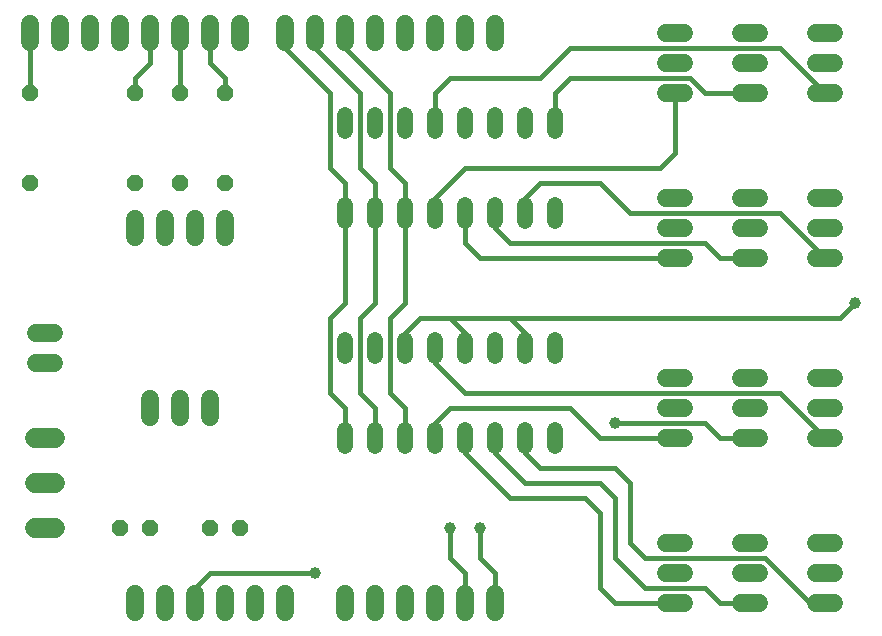
<source format=gtl>
G75*
G70*
%OFA0B0*%
%FSLAX24Y24*%
%IPPOS*%
%LPD*%
%AMOC8*
5,1,8,0,0,1.08239X$1,22.5*
%
%ADD10C,0.0600*%
%ADD11C,0.0520*%
%ADD12OC8,0.0520*%
%ADD13C,0.0660*%
%ADD14C,0.0160*%
%ADD15C,0.0396*%
D10*
X006601Y001194D02*
X006601Y001794D01*
X007601Y001794D02*
X007601Y001194D01*
X008601Y001194D02*
X008601Y001794D01*
X009601Y001794D02*
X009601Y001194D01*
X010601Y001194D02*
X010601Y001794D01*
X011601Y001794D02*
X011601Y001194D01*
X013601Y001194D02*
X013601Y001794D01*
X014601Y001794D02*
X014601Y001194D01*
X015601Y001194D02*
X015601Y001794D01*
X016601Y001794D02*
X016601Y001194D01*
X017601Y001194D02*
X017601Y001794D01*
X018601Y001794D02*
X018601Y001194D01*
X024301Y001494D02*
X024901Y001494D01*
X024901Y002494D02*
X024301Y002494D01*
X024301Y003494D02*
X024901Y003494D01*
X026801Y003494D02*
X027401Y003494D01*
X027401Y002494D02*
X026801Y002494D01*
X026801Y001494D02*
X027401Y001494D01*
X029301Y001494D02*
X029901Y001494D01*
X029901Y002494D02*
X029301Y002494D01*
X029301Y003494D02*
X029901Y003494D01*
X029901Y006994D02*
X029301Y006994D01*
X029301Y007994D02*
X029901Y007994D01*
X029901Y008994D02*
X029301Y008994D01*
X027401Y008994D02*
X026801Y008994D01*
X026801Y007994D02*
X027401Y007994D01*
X027401Y006994D02*
X026801Y006994D01*
X024901Y006994D02*
X024301Y006994D01*
X024301Y007994D02*
X024901Y007994D01*
X024901Y008994D02*
X024301Y008994D01*
X024301Y012994D02*
X024901Y012994D01*
X024901Y013994D02*
X024301Y013994D01*
X024301Y014994D02*
X024901Y014994D01*
X026801Y014994D02*
X027401Y014994D01*
X027401Y013994D02*
X026801Y013994D01*
X026801Y012994D02*
X027401Y012994D01*
X029301Y012994D02*
X029901Y012994D01*
X029901Y013994D02*
X029301Y013994D01*
X029301Y014994D02*
X029901Y014994D01*
X029901Y018494D02*
X029301Y018494D01*
X029301Y019494D02*
X029901Y019494D01*
X029901Y020494D02*
X029301Y020494D01*
X027401Y020494D02*
X026801Y020494D01*
X026801Y019494D02*
X027401Y019494D01*
X027401Y018494D02*
X026801Y018494D01*
X024901Y018494D02*
X024301Y018494D01*
X024301Y019494D02*
X024901Y019494D01*
X024901Y020494D02*
X024301Y020494D01*
X018601Y020794D02*
X018601Y020194D01*
X017601Y020194D02*
X017601Y020794D01*
X016601Y020794D02*
X016601Y020194D01*
X015601Y020194D02*
X015601Y020794D01*
X014601Y020794D02*
X014601Y020194D01*
X013601Y020194D02*
X013601Y020794D01*
X012601Y020794D02*
X012601Y020194D01*
X011601Y020194D02*
X011601Y020794D01*
X010101Y020794D02*
X010101Y020194D01*
X009101Y020194D02*
X009101Y020794D01*
X008101Y020794D02*
X008101Y020194D01*
X007101Y020194D02*
X007101Y020794D01*
X006101Y020794D02*
X006101Y020194D01*
X005101Y020194D02*
X005101Y020794D01*
X004101Y020794D02*
X004101Y020194D01*
X003101Y020194D02*
X003101Y020794D01*
X006601Y014294D02*
X006601Y013694D01*
X007601Y013694D02*
X007601Y014294D01*
X008601Y014294D02*
X008601Y013694D01*
X009601Y013694D02*
X009601Y014294D01*
X003901Y010494D02*
X003301Y010494D01*
X003301Y009494D02*
X003901Y009494D01*
X007101Y008294D02*
X007101Y007694D01*
X008101Y007694D02*
X008101Y008294D01*
X009101Y008294D02*
X009101Y007694D01*
D11*
X013601Y007254D02*
X013601Y006734D01*
X014601Y006734D02*
X014601Y007254D01*
X015601Y007254D02*
X015601Y006734D01*
X016601Y006734D02*
X016601Y007254D01*
X017601Y007254D02*
X017601Y006734D01*
X018601Y006734D02*
X018601Y007254D01*
X019601Y007254D02*
X019601Y006734D01*
X020601Y006734D02*
X020601Y007254D01*
X020601Y009734D02*
X020601Y010254D01*
X019601Y010254D02*
X019601Y009734D01*
X018601Y009734D02*
X018601Y010254D01*
X017601Y010254D02*
X017601Y009734D01*
X016601Y009734D02*
X016601Y010254D01*
X015601Y010254D02*
X015601Y009734D01*
X014601Y009734D02*
X014601Y010254D01*
X013601Y010254D02*
X013601Y009734D01*
X013601Y014234D02*
X013601Y014754D01*
X014601Y014754D02*
X014601Y014234D01*
X015601Y014234D02*
X015601Y014754D01*
X016601Y014754D02*
X016601Y014234D01*
X017601Y014234D02*
X017601Y014754D01*
X018601Y014754D02*
X018601Y014234D01*
X019601Y014234D02*
X019601Y014754D01*
X020601Y014754D02*
X020601Y014234D01*
X020601Y017234D02*
X020601Y017754D01*
X019601Y017754D02*
X019601Y017234D01*
X018601Y017234D02*
X018601Y017754D01*
X017601Y017754D02*
X017601Y017234D01*
X016601Y017234D02*
X016601Y017754D01*
X015601Y017754D02*
X015601Y017234D01*
X014601Y017234D02*
X014601Y017754D01*
X013601Y017754D02*
X013601Y017234D01*
D12*
X009601Y018494D03*
X008101Y018494D03*
X006601Y018494D03*
X003101Y018494D03*
X003101Y015494D03*
X006601Y015494D03*
X008101Y015494D03*
X009601Y015494D03*
X010101Y003994D03*
X009101Y003994D03*
X007101Y003994D03*
X006101Y003994D03*
D13*
X003931Y003994D02*
X003271Y003994D01*
X003271Y005494D02*
X003931Y005494D01*
X003931Y006994D02*
X003271Y006994D01*
D14*
X008601Y001994D02*
X009101Y002494D01*
X012601Y002494D01*
X008601Y001994D02*
X008601Y001494D01*
X013601Y006994D02*
X013601Y007994D01*
X013101Y008494D01*
X013101Y010994D01*
X013601Y011494D01*
X013601Y014494D01*
X013601Y015494D01*
X013101Y015994D01*
X013101Y018494D01*
X011601Y019994D01*
X011601Y020494D01*
X012601Y020494D02*
X012601Y019994D01*
X014101Y018494D01*
X014101Y015994D01*
X014601Y015494D01*
X014601Y014494D01*
X014601Y011494D01*
X014101Y010994D01*
X014101Y008494D01*
X014601Y007994D01*
X014601Y006994D01*
X015601Y006994D02*
X015601Y007994D01*
X015101Y008494D01*
X015101Y010994D01*
X015601Y011494D01*
X015601Y014494D01*
X015601Y015494D01*
X015101Y015994D01*
X015101Y018494D01*
X013601Y019994D01*
X013601Y020494D01*
X016601Y018494D02*
X016601Y017494D01*
X016601Y018494D02*
X017101Y018994D01*
X020101Y018994D01*
X021101Y019994D01*
X028101Y019994D01*
X029601Y018494D01*
X027101Y018494D02*
X025601Y018494D01*
X025101Y018994D01*
X021101Y018994D01*
X020601Y018494D01*
X020601Y017494D01*
X020101Y015494D02*
X019601Y014994D01*
X019601Y014494D01*
X018601Y014494D02*
X018601Y013994D01*
X019101Y013494D01*
X025601Y013494D01*
X026101Y012994D01*
X027101Y012994D01*
X028101Y014494D02*
X023101Y014494D01*
X022101Y015494D01*
X020101Y015494D01*
X017601Y015994D02*
X024101Y015994D01*
X024601Y016494D01*
X024601Y018494D01*
X028101Y014494D02*
X029601Y012994D01*
X030601Y011494D02*
X030101Y010994D01*
X019101Y010994D01*
X019601Y010494D01*
X019601Y009994D01*
X019101Y010994D02*
X017101Y010994D01*
X017601Y010494D01*
X017601Y009994D01*
X016601Y009994D02*
X016601Y009494D01*
X017601Y008494D01*
X028101Y008494D01*
X029601Y006994D01*
X027101Y006994D02*
X026101Y006994D01*
X025601Y007494D01*
X022601Y007494D01*
X022101Y006994D02*
X021101Y007994D01*
X017101Y007994D01*
X016601Y007494D01*
X016601Y006994D01*
X017601Y006994D02*
X017601Y006494D01*
X019101Y004994D01*
X021601Y004994D01*
X022101Y004494D01*
X022101Y001994D01*
X022601Y001494D01*
X024601Y001494D01*
X023601Y001994D02*
X025601Y001994D01*
X026101Y001494D01*
X027101Y001494D01*
X027601Y002994D02*
X023601Y002994D01*
X023101Y003494D01*
X023101Y005494D01*
X022601Y005994D01*
X020101Y005994D01*
X019601Y006494D01*
X019601Y006994D01*
X018601Y006994D02*
X018601Y006494D01*
X019601Y005494D01*
X022101Y005494D01*
X022601Y004994D01*
X022601Y002994D01*
X023601Y001994D01*
X027601Y002994D02*
X029101Y001494D01*
X029601Y001494D01*
X024601Y006994D02*
X022101Y006994D01*
X018101Y003994D02*
X018101Y002994D01*
X018601Y002494D01*
X018601Y001494D01*
X017601Y001494D02*
X017601Y002494D01*
X017101Y002994D01*
X017101Y003994D01*
X015601Y009994D02*
X015601Y010494D01*
X016101Y010994D01*
X017101Y010994D01*
X018101Y012994D02*
X017601Y013494D01*
X017601Y014494D01*
X016601Y014494D02*
X016601Y014994D01*
X017601Y015994D01*
X018101Y012994D02*
X024601Y012994D01*
X009601Y018494D02*
X009601Y018994D01*
X009101Y019494D01*
X009101Y020494D01*
X008101Y020494D02*
X008101Y018494D01*
X007101Y019494D02*
X006601Y018994D01*
X006601Y018494D01*
X007101Y019494D02*
X007101Y020494D01*
X003101Y020494D02*
X003101Y018494D01*
D15*
X022601Y007494D03*
X018101Y003994D03*
X017101Y003994D03*
X012601Y002494D03*
X030601Y011494D03*
M02*

</source>
